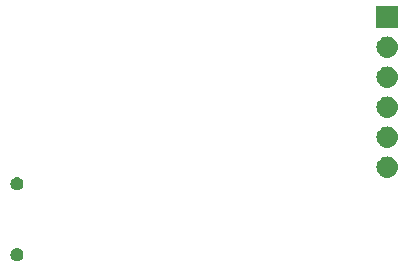
<source format=gbr>
G04 #@! TF.GenerationSoftware,KiCad,Pcbnew,5.0.2-bee76a0~70~ubuntu16.04.1*
G04 #@! TF.CreationDate,2019-01-30T15:52:25+01:00*
G04 #@! TF.ProjectId,Lab1,4c616231-2e6b-4696-9361-645f70636258,rev?*
G04 #@! TF.SameCoordinates,Original*
G04 #@! TF.FileFunction,Soldermask,Bot*
G04 #@! TF.FilePolarity,Negative*
%FSLAX46Y46*%
G04 Gerber Fmt 4.6, Leading zero omitted, Abs format (unit mm)*
G04 Created by KiCad (PCBNEW 5.0.2-bee76a0~70~ubuntu16.04.1) date ons 30 jan 2019 15:52:25*
%MOMM*%
%LPD*%
G01*
G04 APERTURE LIST*
%ADD10C,0.100000*%
G04 APERTURE END LIST*
D10*
G36*
X105810721Y-95770174D02*
X105910995Y-95811709D01*
X106001245Y-95872012D01*
X106077988Y-95948755D01*
X106138291Y-96039005D01*
X106179826Y-96139279D01*
X106201000Y-96245730D01*
X106201000Y-96354270D01*
X106179826Y-96460721D01*
X106138291Y-96560995D01*
X106077988Y-96651245D01*
X106001245Y-96727988D01*
X105910995Y-96788291D01*
X105810721Y-96829826D01*
X105704270Y-96851000D01*
X105595730Y-96851000D01*
X105489279Y-96829826D01*
X105389005Y-96788291D01*
X105298755Y-96727988D01*
X105222012Y-96651245D01*
X105161709Y-96560995D01*
X105120174Y-96460721D01*
X105099000Y-96354270D01*
X105099000Y-96245730D01*
X105120174Y-96139279D01*
X105161709Y-96039005D01*
X105222012Y-95948755D01*
X105298755Y-95872012D01*
X105389005Y-95811709D01*
X105489279Y-95770174D01*
X105595730Y-95749000D01*
X105704270Y-95749000D01*
X105810721Y-95770174D01*
X105810721Y-95770174D01*
G37*
G36*
X105810721Y-89770174D02*
X105910995Y-89811709D01*
X106001245Y-89872012D01*
X106077988Y-89948755D01*
X106138291Y-90039005D01*
X106179826Y-90139279D01*
X106201000Y-90245730D01*
X106201000Y-90354270D01*
X106179826Y-90460721D01*
X106138291Y-90560995D01*
X106077988Y-90651245D01*
X106001245Y-90727988D01*
X105910995Y-90788291D01*
X105810721Y-90829826D01*
X105704270Y-90851000D01*
X105595730Y-90851000D01*
X105489279Y-90829826D01*
X105389005Y-90788291D01*
X105298755Y-90727988D01*
X105222012Y-90651245D01*
X105161709Y-90560995D01*
X105120174Y-90460721D01*
X105099000Y-90354270D01*
X105099000Y-90245730D01*
X105120174Y-90139279D01*
X105161709Y-90039005D01*
X105222012Y-89948755D01*
X105298755Y-89872012D01*
X105389005Y-89811709D01*
X105489279Y-89770174D01*
X105595730Y-89749000D01*
X105704270Y-89749000D01*
X105810721Y-89770174D01*
X105810721Y-89770174D01*
G37*
G36*
X137110443Y-88005519D02*
X137176627Y-88012037D01*
X137289853Y-88046384D01*
X137346467Y-88063557D01*
X137485087Y-88137652D01*
X137502991Y-88147222D01*
X137538729Y-88176552D01*
X137640186Y-88259814D01*
X137723448Y-88361271D01*
X137752778Y-88397009D01*
X137752779Y-88397011D01*
X137836443Y-88553533D01*
X137836443Y-88553534D01*
X137887963Y-88723373D01*
X137905359Y-88900000D01*
X137887963Y-89076627D01*
X137853616Y-89189853D01*
X137836443Y-89246467D01*
X137762348Y-89385087D01*
X137752778Y-89402991D01*
X137723448Y-89438729D01*
X137640186Y-89540186D01*
X137538729Y-89623448D01*
X137502991Y-89652778D01*
X137502989Y-89652779D01*
X137346467Y-89736443D01*
X137305071Y-89749000D01*
X137176627Y-89787963D01*
X137110443Y-89794481D01*
X137044260Y-89801000D01*
X136955740Y-89801000D01*
X136889557Y-89794481D01*
X136823373Y-89787963D01*
X136694929Y-89749000D01*
X136653533Y-89736443D01*
X136497011Y-89652779D01*
X136497009Y-89652778D01*
X136461271Y-89623448D01*
X136359814Y-89540186D01*
X136276552Y-89438729D01*
X136247222Y-89402991D01*
X136237652Y-89385087D01*
X136163557Y-89246467D01*
X136146384Y-89189853D01*
X136112037Y-89076627D01*
X136094641Y-88900000D01*
X136112037Y-88723373D01*
X136163557Y-88553534D01*
X136163557Y-88553533D01*
X136247221Y-88397011D01*
X136247222Y-88397009D01*
X136276552Y-88361271D01*
X136359814Y-88259814D01*
X136461271Y-88176552D01*
X136497009Y-88147222D01*
X136514913Y-88137652D01*
X136653533Y-88063557D01*
X136710147Y-88046384D01*
X136823373Y-88012037D01*
X136889557Y-88005519D01*
X136955740Y-87999000D01*
X137044260Y-87999000D01*
X137110443Y-88005519D01*
X137110443Y-88005519D01*
G37*
G36*
X137110442Y-85465518D02*
X137176627Y-85472037D01*
X137289853Y-85506384D01*
X137346467Y-85523557D01*
X137485087Y-85597652D01*
X137502991Y-85607222D01*
X137538729Y-85636552D01*
X137640186Y-85719814D01*
X137723448Y-85821271D01*
X137752778Y-85857009D01*
X137752779Y-85857011D01*
X137836443Y-86013533D01*
X137836443Y-86013534D01*
X137887963Y-86183373D01*
X137905359Y-86360000D01*
X137887963Y-86536627D01*
X137853616Y-86649853D01*
X137836443Y-86706467D01*
X137762348Y-86845087D01*
X137752778Y-86862991D01*
X137723448Y-86898729D01*
X137640186Y-87000186D01*
X137538729Y-87083448D01*
X137502991Y-87112778D01*
X137502989Y-87112779D01*
X137346467Y-87196443D01*
X137289853Y-87213616D01*
X137176627Y-87247963D01*
X137110442Y-87254482D01*
X137044260Y-87261000D01*
X136955740Y-87261000D01*
X136889558Y-87254482D01*
X136823373Y-87247963D01*
X136710147Y-87213616D01*
X136653533Y-87196443D01*
X136497011Y-87112779D01*
X136497009Y-87112778D01*
X136461271Y-87083448D01*
X136359814Y-87000186D01*
X136276552Y-86898729D01*
X136247222Y-86862991D01*
X136237652Y-86845087D01*
X136163557Y-86706467D01*
X136146384Y-86649853D01*
X136112037Y-86536627D01*
X136094641Y-86360000D01*
X136112037Y-86183373D01*
X136163557Y-86013534D01*
X136163557Y-86013533D01*
X136247221Y-85857011D01*
X136247222Y-85857009D01*
X136276552Y-85821271D01*
X136359814Y-85719814D01*
X136461271Y-85636552D01*
X136497009Y-85607222D01*
X136514913Y-85597652D01*
X136653533Y-85523557D01*
X136710147Y-85506384D01*
X136823373Y-85472037D01*
X136889558Y-85465518D01*
X136955740Y-85459000D01*
X137044260Y-85459000D01*
X137110442Y-85465518D01*
X137110442Y-85465518D01*
G37*
G36*
X137110443Y-82925519D02*
X137176627Y-82932037D01*
X137289853Y-82966384D01*
X137346467Y-82983557D01*
X137485087Y-83057652D01*
X137502991Y-83067222D01*
X137538729Y-83096552D01*
X137640186Y-83179814D01*
X137723448Y-83281271D01*
X137752778Y-83317009D01*
X137752779Y-83317011D01*
X137836443Y-83473533D01*
X137836443Y-83473534D01*
X137887963Y-83643373D01*
X137905359Y-83820000D01*
X137887963Y-83996627D01*
X137853616Y-84109853D01*
X137836443Y-84166467D01*
X137762348Y-84305087D01*
X137752778Y-84322991D01*
X137723448Y-84358729D01*
X137640186Y-84460186D01*
X137538729Y-84543448D01*
X137502991Y-84572778D01*
X137502989Y-84572779D01*
X137346467Y-84656443D01*
X137289853Y-84673616D01*
X137176627Y-84707963D01*
X137110443Y-84714481D01*
X137044260Y-84721000D01*
X136955740Y-84721000D01*
X136889557Y-84714481D01*
X136823373Y-84707963D01*
X136710147Y-84673616D01*
X136653533Y-84656443D01*
X136497011Y-84572779D01*
X136497009Y-84572778D01*
X136461271Y-84543448D01*
X136359814Y-84460186D01*
X136276552Y-84358729D01*
X136247222Y-84322991D01*
X136237652Y-84305087D01*
X136163557Y-84166467D01*
X136146384Y-84109853D01*
X136112037Y-83996627D01*
X136094641Y-83820000D01*
X136112037Y-83643373D01*
X136163557Y-83473534D01*
X136163557Y-83473533D01*
X136247221Y-83317011D01*
X136247222Y-83317009D01*
X136276552Y-83281271D01*
X136359814Y-83179814D01*
X136461271Y-83096552D01*
X136497009Y-83067222D01*
X136514913Y-83057652D01*
X136653533Y-82983557D01*
X136710147Y-82966384D01*
X136823373Y-82932037D01*
X136889557Y-82925519D01*
X136955740Y-82919000D01*
X137044260Y-82919000D01*
X137110443Y-82925519D01*
X137110443Y-82925519D01*
G37*
G36*
X137110442Y-80385518D02*
X137176627Y-80392037D01*
X137289853Y-80426384D01*
X137346467Y-80443557D01*
X137485087Y-80517652D01*
X137502991Y-80527222D01*
X137538729Y-80556552D01*
X137640186Y-80639814D01*
X137723448Y-80741271D01*
X137752778Y-80777009D01*
X137752779Y-80777011D01*
X137836443Y-80933533D01*
X137836443Y-80933534D01*
X137887963Y-81103373D01*
X137905359Y-81280000D01*
X137887963Y-81456627D01*
X137853616Y-81569853D01*
X137836443Y-81626467D01*
X137762348Y-81765087D01*
X137752778Y-81782991D01*
X137723448Y-81818729D01*
X137640186Y-81920186D01*
X137538729Y-82003448D01*
X137502991Y-82032778D01*
X137502989Y-82032779D01*
X137346467Y-82116443D01*
X137289853Y-82133616D01*
X137176627Y-82167963D01*
X137110443Y-82174481D01*
X137044260Y-82181000D01*
X136955740Y-82181000D01*
X136889557Y-82174481D01*
X136823373Y-82167963D01*
X136710147Y-82133616D01*
X136653533Y-82116443D01*
X136497011Y-82032779D01*
X136497009Y-82032778D01*
X136461271Y-82003448D01*
X136359814Y-81920186D01*
X136276552Y-81818729D01*
X136247222Y-81782991D01*
X136237652Y-81765087D01*
X136163557Y-81626467D01*
X136146384Y-81569853D01*
X136112037Y-81456627D01*
X136094641Y-81280000D01*
X136112037Y-81103373D01*
X136163557Y-80933534D01*
X136163557Y-80933533D01*
X136247221Y-80777011D01*
X136247222Y-80777009D01*
X136276552Y-80741271D01*
X136359814Y-80639814D01*
X136461271Y-80556552D01*
X136497009Y-80527222D01*
X136514913Y-80517652D01*
X136653533Y-80443557D01*
X136710147Y-80426384D01*
X136823373Y-80392037D01*
X136889558Y-80385518D01*
X136955740Y-80379000D01*
X137044260Y-80379000D01*
X137110442Y-80385518D01*
X137110442Y-80385518D01*
G37*
G36*
X137110443Y-77845519D02*
X137176627Y-77852037D01*
X137289853Y-77886384D01*
X137346467Y-77903557D01*
X137485087Y-77977652D01*
X137502991Y-77987222D01*
X137538729Y-78016552D01*
X137640186Y-78099814D01*
X137723448Y-78201271D01*
X137752778Y-78237009D01*
X137752779Y-78237011D01*
X137836443Y-78393533D01*
X137836443Y-78393534D01*
X137887963Y-78563373D01*
X137905359Y-78740000D01*
X137887963Y-78916627D01*
X137853616Y-79029853D01*
X137836443Y-79086467D01*
X137762348Y-79225087D01*
X137752778Y-79242991D01*
X137723448Y-79278729D01*
X137640186Y-79380186D01*
X137538729Y-79463448D01*
X137502991Y-79492778D01*
X137502989Y-79492779D01*
X137346467Y-79576443D01*
X137289853Y-79593616D01*
X137176627Y-79627963D01*
X137110442Y-79634482D01*
X137044260Y-79641000D01*
X136955740Y-79641000D01*
X136889558Y-79634482D01*
X136823373Y-79627963D01*
X136710147Y-79593616D01*
X136653533Y-79576443D01*
X136497011Y-79492779D01*
X136497009Y-79492778D01*
X136461271Y-79463448D01*
X136359814Y-79380186D01*
X136276552Y-79278729D01*
X136247222Y-79242991D01*
X136237652Y-79225087D01*
X136163557Y-79086467D01*
X136146384Y-79029853D01*
X136112037Y-78916627D01*
X136094641Y-78740000D01*
X136112037Y-78563373D01*
X136163557Y-78393534D01*
X136163557Y-78393533D01*
X136247221Y-78237011D01*
X136247222Y-78237009D01*
X136276552Y-78201271D01*
X136359814Y-78099814D01*
X136461271Y-78016552D01*
X136497009Y-77987222D01*
X136514913Y-77977652D01*
X136653533Y-77903557D01*
X136710147Y-77886384D01*
X136823373Y-77852037D01*
X136889557Y-77845519D01*
X136955740Y-77839000D01*
X137044260Y-77839000D01*
X137110443Y-77845519D01*
X137110443Y-77845519D01*
G37*
G36*
X137901000Y-77101000D02*
X136099000Y-77101000D01*
X136099000Y-75299000D01*
X137901000Y-75299000D01*
X137901000Y-77101000D01*
X137901000Y-77101000D01*
G37*
M02*

</source>
